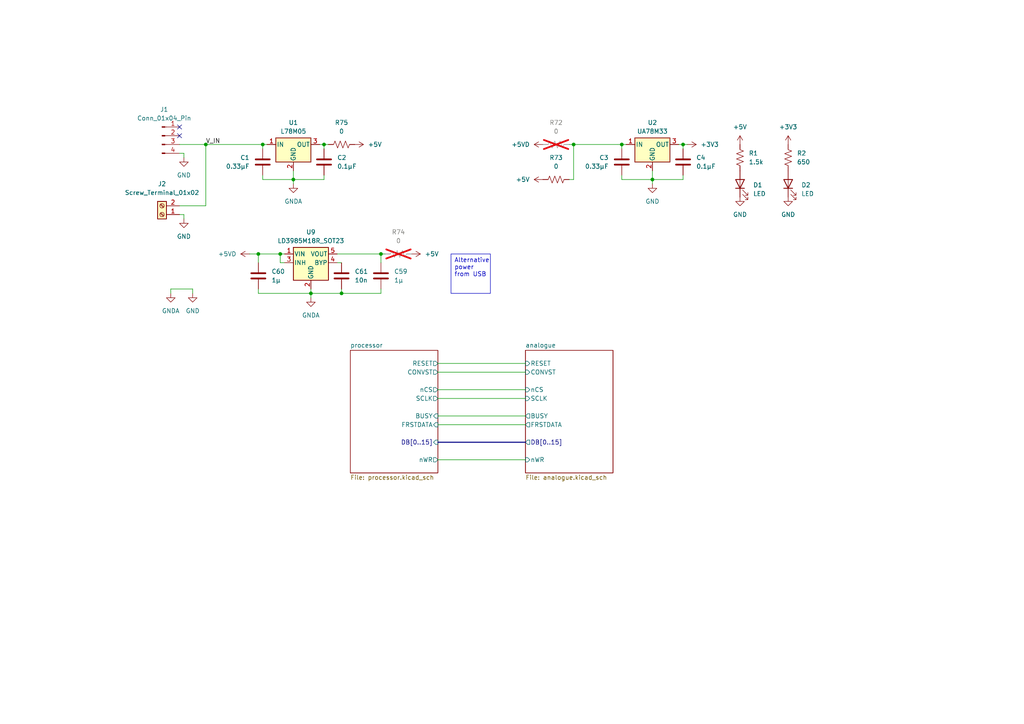
<source format=kicad_sch>
(kicad_sch (version 20230121) (generator eeschema)
  (paper "A4")
  (lib_symbols
    (symbol "Connector:Conn_01x04_Pin" (pin_names (offset 1.016) hide)
      (property "Reference" "J" (at 0 5.08 0))
      (property "Value" "Conn_01x04_Pin" (at 0 -7.62 0))
      (symbol "Conn_01x04_Pin_1_1"
        (polyline (pts (xy 1.27 -5.08) (xy 0.8636 -5.08)) (stroke (width 0.1524)))
        (polyline (pts (xy 1.27 -2.54) (xy 0.8636 -2.54)) (stroke (width 0.1524)))
        (polyline (pts (xy 1.27 0) (xy 0.8636 0)) (stroke (width 0.1524)))
        (polyline (pts (xy 1.27 2.54) (xy 0.8636 2.54)) (stroke (width 0.1524)))
        (rectangle (start 0.8636 -4.953) (end 0 -5.207) (stroke (width 0.1524)) (fill (type outline)))
        (rectangle (start 0.8636 -2.413) (end 0 -2.667) (stroke (width 0.1524)) (fill (type outline)))
        (rectangle (start 0.8636 0.127) (end 0 -0.127) (stroke (width 0.1524)) (fill (type outline)))
        (rectangle (start 0.8636 2.667) (end 0 2.413) (stroke (width 0.1524)) (fill (type outline)))
        (pin passive line (at 5.08 2.54 180) (length 3.81) (name "Pin_1") (number "1"))
        (pin passive line (at 5.08 0 180) (length 3.81) (name "Pin_2") (number "2"))
        (pin passive line (at 5.08 -2.54 180) (length 3.81) (name "Pin_3") (number "3"))
        (pin passive line (at 5.08 -5.08 180) (length 3.81) (name "Pin_4") (number "4"))
      )
    )
    (symbol "Connector:Screw_Terminal_01x02" (pin_names (offset 1.016) hide)
      (property "Reference" "J" (at 0 2.54 0))
      (property "Value" "Screw_Terminal_01x02" (at 0 -5.08 0))
      (symbol "Screw_Terminal_01x02_1_1"
        (rectangle (start -1.27 1.27) (end 1.27 -3.81) (stroke (width 0.254)) (fill (type background)))
        (circle (center 0 -2.54) (radius 0.635) (stroke (width 0.1524)))
        (polyline (pts (xy -0.5334 -2.2098) (xy 0.3302 -3.048)) (stroke (width 0.1524)))
        (polyline (pts (xy -0.5334 0.3302) (xy 0.3302 -0.508)) (stroke (width 0.1524)))
        (polyline (pts (xy -0.3556 -2.032) (xy 0.508 -2.8702)) (stroke (width 0.1524)))
        (polyline (pts (xy -0.3556 0.508) (xy 0.508 -0.3302)) (stroke (width 0.1524)))
        (circle (center 0 0) (radius 0.635) (stroke (width 0.1524)))
        (pin passive line (at -5.08 0 0) (length 3.81) (name "Pin_1") (number "1"))
        (pin passive line (at -5.08 -2.54 0) (length 3.81) (name "Pin_2") (number "2"))
      )
    )
    (symbol "Device:C" (pin_numbers hide) (pin_names (offset 0.254))
      (property "Reference" "C" (at 0.635 2.54 0))
      (property "Value" "C" (at 0.635 -2.54 0))
      (symbol "C_0_1"
        (polyline (pts (xy -2.032 -0.762) (xy 2.032 -0.762)) (stroke (width 0.508)))
        (polyline (pts (xy -2.032 0.762) (xy 2.032 0.762)) (stroke (width 0.508)))
      )
      (symbol "C_1_1"
        (pin passive line (at 0 3.81 270) (length 2.794) (name "~") (number "1"))
        (pin passive line (at 0 -3.81 90) (length 2.794) (name "~") (number "2"))
      )
    )
    (symbol "Device:LED" (pin_numbers hide) (pin_names (offset 1.016) hide)
      (property "Reference" "D" (at 0 2.54 0))
      (property "Value" "LED" (at 0 -2.54 0))
      (symbol "LED_0_1"
        (polyline (pts (xy -1.27 -1.27) (xy -1.27 1.27)) (stroke (width 0.254)))
        (polyline (pts (xy -1.27 0) (xy 1.27 0)))
        (polyline (pts (xy 1.27 -1.27) (xy 1.27 1.27) (xy -1.27 0) (xy 1.27 -1.27)) (stroke (width 0.254)))
        (polyline (pts (xy -3.048 -0.762) (xy -4.572 -2.286) (xy -3.81 -2.286) (xy -4.572 -2.286) (xy -4.572 -1.524)))
        (polyline (pts (xy -1.778 -0.762) (xy -3.302 -2.286) (xy -2.54 -2.286) (xy -3.302 -2.286) (xy -3.302 -1.524)))
      )
      (symbol "LED_1_1"
        (pin passive line (at -3.81 0 0) (length 2.54) (name "K") (number "1"))
        (pin passive line (at 3.81 0 180) (length 2.54) (name "A") (number "2"))
      )
    )
    (symbol "Device:R_US" (pin_numbers hide) (pin_names (offset 0))
      (property "Reference" "R" (at 2.54 0 90))
      (property "Value" "R_US" (at -2.54 0 90))
      (symbol "R_US_0_1"
        (polyline (pts (xy 0 -2.286) (xy 0 -2.54)))
        (polyline (pts (xy 0 2.286) (xy 0 2.54)))
        (polyline (pts (xy 0 -0.762) (xy 1.016 -1.143) (xy 0 -1.524) (xy -1.016 -1.905) (xy 0 -2.286)))
        (polyline (pts (xy 0 0.762) (xy 1.016 0.381) (xy 0 0) (xy -1.016 -0.381) (xy 0 -0.762)))
        (polyline (pts (xy 0 2.286) (xy 1.016 1.905) (xy 0 1.524) (xy -1.016 1.143) (xy 0 0.762)))
      )
      (symbol "R_US_1_1"
        (pin passive line (at 0 3.81 270) (length 1.27) (name "~") (number "1"))
        (pin passive line (at 0 -3.81 90) (length 1.27) (name "~") (number "2"))
      )
    )
    (symbol "Regulator_Linear:L78M05" (pin_names (offset 0.254))
      (property "Reference" "U3" (at 0 6.35 0))
      (property "Value" "L78M05" (at 0 3.81 0))
      (symbol "L78M05_0_1"
        (rectangle (start -5.08 1.905) (end 5.08 -5.08) (stroke (width 0.254)) (fill (type background)))
      )
      (symbol "L78M05_1_1"
        (pin power_in line (at -7.62 0 0) (length 2.54) (name "IN") (number "1"))
        (pin power_in line (at 0 -7.62 90) (length 2.54) (name "GND") (number "2"))
        (pin power_out line (at 7.62 0 180) (length 2.54) (name "OUT") (number "3"))
      )
    )
    (symbol "Regulator_Linear:LD3985M18R_SOT23" (pin_names (offset 0.254))
      (property "Reference" "U" (at -3.81 5.715 0))
      (property "Value" "LD3985M18R_SOT23" (at 0 5.715 0))
      (symbol "LD3985M18R_SOT23_0_1"
        (rectangle (start -5.08 4.445) (end 5.08 -5.08) (stroke (width 0.254)) (fill (type background)))
      )
      (symbol "LD3985M18R_SOT23_1_1"
        (pin power_in line (at -7.62 2.54 0) (length 2.54) (name "VIN") (number "1"))
        (pin power_in line (at 0 -7.62 90) (length 2.54) (name "GND") (number "2"))
        (pin input line (at -7.62 0 0) (length 2.54) (name "INH") (number "3"))
        (pin input line (at 7.62 0 180) (length 2.54) (name "BYP") (number "4"))
        (pin power_out line (at 7.62 2.54 180) (length 2.54) (name "VOUT") (number "5"))
      )
    )
    (symbol "Regulator_Linear:UA78M33" (pin_names (offset 0.254))
      (property "Reference" "U4" (at 0 6.35 0))
      (property "Value" "UA78M33" (at 0 3.81 0))
      (symbol "UA78M33_0_1"
        (rectangle (start -5.08 1.905) (end 5.08 -5.08) (stroke (width 0.254)) (fill (type background)))
      )
      (symbol "UA78M33_1_1"
        (pin power_in line (at -7.62 0 0) (length 2.54) (name "IN") (number "1"))
        (pin power_in line (at 0 -7.62 90) (length 2.54) (name "GND") (number "2"))
        (pin power_out line (at 7.62 0 180) (length 2.54) (name "OUT") (number "3"))
      )
    )
    (symbol "power:+3V3" (power) (pin_names (offset 0))
      (property "Value" "+3V3" (at 0 3.556 0))
      (symbol "+3V3_0_1"
        (polyline (pts (xy -0.762 1.27) (xy 0 2.54)))
        (polyline (pts (xy 0 0) (xy 0 2.54)))
        (polyline (pts (xy 0 2.54) (xy 0.762 1.27)))
      )
      (symbol "+3V3_1_1"
        (pin power_in line (at 0 0 90) (length 0) hide (name "+3V3") (number "1"))
      )
    )
    (symbol "power:+5V" (power) (pin_names (offset 0))
      (property "Value" "+5V" (at 0 3.556 0))
      (symbol "+5V_0_1"
        (polyline (pts (xy -0.762 1.27) (xy 0 2.54)))
        (polyline (pts (xy 0 0) (xy 0 2.54)))
        (polyline (pts (xy 0 2.54) (xy 0.762 1.27)))
      )
      (symbol "+5V_1_1"
        (pin power_in line (at 0 0 90) (length 0) hide (name "+5V") (number "1"))
      )
    )
    (symbol "power:+5VD" (power) (pin_names (offset 0))
      (property "Value" "+5VD" (at 0 3.556 0))
      (symbol "+5VD_0_1"
        (polyline (pts (xy -0.762 1.27) (xy 0 2.54)))
        (polyline (pts (xy 0 0) (xy 0 2.54)))
        (polyline (pts (xy 0 2.54) (xy 0.762 1.27)))
      )
      (symbol "+5VD_1_1"
        (pin power_in line (at 0 0 90) (length 0) hide (name "+5VD") (number "1"))
      )
    )
    (symbol "power:GND" (power) (pin_names (offset 0))
      (property "Value" "GND" (at 0 -3.81 0))
      (symbol "GND_0_1"
        (polyline (pts (xy 0 0) (xy 0 -1.27) (xy 1.27 -1.27) (xy 0 -2.54) (xy -1.27 -1.27) (xy 0 -1.27)))
      )
      (symbol "GND_1_1"
        (pin power_in line (at 0 0 270) (length 0) hide (name "GND") (number "1"))
      )
    )
    (symbol "power:GNDA" (power) (pin_names (offset 0))
      (property "Value" "GNDA" (at 0 -3.81 0))
      (symbol "GNDA_0_1"
        (polyline (pts (xy 0 0) (xy 0 -1.27) (xy 1.27 -1.27) (xy 0 -2.54) (xy -1.27 -1.27) (xy 0 -1.27)))
      )
      (symbol "GNDA_1_1"
        (pin power_in line (at 0 0 270) (length 0) hide (name "GNDA") (number "1"))
      )
    )
  )
  (junction (at 93.98 41.91))
  (junction (at 99.06 85.09))
  (junction (at 110.49 73.66))
  (junction (at 198.12 41.91))
  (junction (at 189.23 52.07))
  (junction (at 59.69 41.91))
  (junction (at 90.17 85.09))
  (junction (at 74.93 73.66))
  (junction (at 85.09 52.07))
  (junction (at 180.34 41.91))
  (junction (at 76.2 41.91))
  (junction (at 81.28 73.66))
  (junction (at 166.37 41.91))
  (no_connect (at 52.07 39.37))
  (no_connect (at 52.07 36.83))
  (wire (pts (xy 127 113.03) (xy 152.4 113.03)))
  (wire (pts (xy 110.49 73.66) (xy 110.49 76.2)))
  (wire (pts (xy 180.34 50.8) (xy 180.34 52.07)))
  (wire (pts (xy 53.34 44.45) (xy 52.07 44.45)))
  (wire (pts (xy 99.06 85.09) (xy 90.17 85.09)))
  (wire (pts (xy 52.07 41.91) (xy 59.69 41.91)))
  (wire (pts (xy 74.93 85.09) (xy 90.17 85.09)))
  (wire (pts (xy 166.37 41.91) (xy 180.34 41.91)))
  (wire (pts (xy 99.06 83.82) (xy 99.06 85.09)))
  (wire (pts (xy 53.34 62.23) (xy 53.34 63.5)))
  (wire (pts (xy 52.07 62.23) (xy 53.34 62.23)))
  (wire (pts (xy 165.1 41.91) (xy 166.37 41.91)))
  (wire (pts (xy 110.49 85.09) (xy 99.06 85.09)))
  (wire (pts (xy 90.17 86.36) (xy 90.17 85.09)))
  (wire (pts (xy 166.37 52.07) (xy 166.37 41.91)))
  (wire (pts (xy 85.09 52.07) (xy 85.09 49.53)))
  (wire (pts (xy 110.49 73.66) (xy 111.76 73.66)))
  (wire (pts (xy 90.17 85.09) (xy 90.17 83.82)))
  (wire (pts (xy 85.09 52.07) (xy 93.98 52.07)))
  (wire (pts (xy 76.2 52.07) (xy 85.09 52.07)))
  (wire (pts (xy 189.23 52.07) (xy 189.23 53.34)))
  (wire (pts (xy 198.12 50.8) (xy 198.12 52.07)))
  (wire (pts (xy 59.69 59.69) (xy 59.69 41.91)))
  (wire (pts (xy 49.53 83.82) (xy 55.88 83.82)))
  (wire (pts (xy 189.23 52.07) (xy 198.12 52.07)))
  (wire (pts (xy 72.39 73.66) (xy 74.93 73.66)))
  (wire (pts (xy 198.12 41.91) (xy 198.12 43.18)))
  (wire (pts (xy 199.39 41.91) (xy 198.12 41.91)))
  (wire (pts (xy 85.09 52.07) (xy 85.09 53.34)))
  (wire (pts (xy 189.23 52.07) (xy 189.23 49.53)))
  (wire (pts (xy 59.69 41.91) (xy 76.2 41.91)))
  (wire (pts (xy 196.85 41.91) (xy 198.12 41.91)))
  (wire (pts (xy 76.2 43.18) (xy 76.2 41.91)))
  (wire (pts (xy 93.98 41.91) (xy 93.98 43.18)))
  (wire (pts (xy 82.55 76.2) (xy 81.28 76.2)))
  (bus (pts (xy 127 128.27) (xy 152.4 128.27)))
  (wire (pts (xy 76.2 50.8) (xy 76.2 52.07)))
  (wire (pts (xy 53.34 44.45) (xy 53.34 45.72)))
  (wire (pts (xy 127 115.57) (xy 152.4 115.57)))
  (wire (pts (xy 81.28 76.2) (xy 81.28 73.66)))
  (wire (pts (xy 97.79 73.66) (xy 110.49 73.66)))
  (wire (pts (xy 127 107.95) (xy 152.4 107.95)))
  (wire (pts (xy 93.98 50.8) (xy 93.98 52.07)))
  (wire (pts (xy 180.34 43.18) (xy 180.34 41.91)))
  (wire (pts (xy 55.88 83.82) (xy 55.88 85.09)))
  (wire (pts (xy 92.71 41.91) (xy 93.98 41.91)))
  (wire (pts (xy 97.79 76.2) (xy 99.06 76.2)))
  (wire (pts (xy 127 105.41) (xy 152.4 105.41)))
  (wire (pts (xy 49.53 85.09) (xy 49.53 83.82)))
  (wire (pts (xy 52.07 59.69) (xy 59.69 59.69)))
  (wire (pts (xy 76.2 41.91) (xy 77.47 41.91)))
  (wire (pts (xy 127 120.65) (xy 152.4 120.65)))
  (wire (pts (xy 180.34 52.07) (xy 189.23 52.07)))
  (wire (pts (xy 110.49 83.82) (xy 110.49 85.09)))
  (wire (pts (xy 74.93 73.66) (xy 81.28 73.66)))
  (wire (pts (xy 180.34 41.91) (xy 181.61 41.91)))
  (wire (pts (xy 74.93 73.66) (xy 74.93 76.2)))
  (wire (pts (xy 81.28 73.66) (xy 82.55 73.66)))
  (wire (pts (xy 165.1 52.07) (xy 166.37 52.07)))
  (wire (pts (xy 74.93 83.82) (xy 74.93 85.09)))
  (wire (pts (xy 93.98 41.91) (xy 95.25 41.91)))
  (wire (pts (xy 127 133.35) (xy 152.4 133.35)))
  (wire (pts (xy 127 123.19) (xy 152.4 123.19)))
  (text_box "Alternative power from USB" (at 130.81 73.66 0) (size 11.43 11.43) (effects (font (size 1.27 1.27)) (justify left top)))
  (label "V_IN" (at 59.69 41.91 0))
  (symbol (lib_id "power:+5V") (at 102.87 41.91 270) (unit 1)
    (property "Reference" "#PWR01" (effects hide))
    (property "Value" "+5V" (at 106.68 41.91 90) (effects (justify left)))
  )
  (symbol (lib_id "power:+3V3") (at 228.6 41.91 0) (unit 1)
    (property "Reference" "#PWR04" (effects hide))
    (property "Value" "+3V3" (at 228.6 36.83 0))
  )
  (symbol (lib_id "power:GND") (at 55.88 85.09 0) (unit 1)
    (property "Reference" "#PWR012" (effects hide))
    (property "Value" "GND" (at 55.88 90.17 0))
  )
  (symbol (lib_id "power:+5VD") (at 72.39 73.66 90) (unit 1)
    (property "Reference" "#PWR091" (effects hide))
    (property "Value" "+5VD" (at 68.58 73.66 90) (effects (justify left)))
  )
  (symbol (lib_id "Device:C") (at 110.49 80.01 180) (unit 1)
    (property "Reference" "C59" (at 114.3 78.74 0) (effects (justify right)))
    (property "Value" "1μ" (at 114.3 81.28 0) (effects (justify right)))
    (property "Footprint" "Capacitor_SMD:C_0603_1608Metric" (effects hide))
  )
  (symbol (lib_id "Regulator_Linear:UA78M33") (at 189.23 41.91 0) (unit 1)
    (property "Reference" "U2" (at 189.23 35.56 0))
    (property "Value" "UA78M33" (at 189.23 38.1 0))
    (property "Footprint" "Package_TO_SOT_SMD:TO-252-2" (effects hide))
    (property "Datasheet" "https://www.ti.com/lit/ds/slvs059t/slvs059t.pdf" (effects hide))
  )
  (symbol (lib_id "power:GND") (at 53.34 63.5 0) (unit 1)
    (property "Reference" "#PWR010" (effects hide))
    (property "Value" "GND" (at 53.34 68.58 0))
  )
  (symbol (lib_id "Regulator_Linear:LD3985M18R_SOT23") (at 90.17 76.2 0) (unit 1)
    (property "Reference" "U9" (at 90.17 67.31 0))
    (property "Value" "LD3985M18R_SOT23" (at 90.17 69.85 0))
    (property "Footprint" "Package_TO_SOT_SMD:SOT-23-5_HandSoldering" (effects hide))
    (property "Datasheet" "http://www.st.com/internet/com/TECHNICAL_RESOURCES/TECHNICAL_LITERATURE/DATASHEET/CD00003395.pdf" (effects hide))
  )
  (symbol (lib_id "Device:C") (at 93.98 46.99 180) (unit 1)
    (property "Reference" "C2" (at 97.79 45.72 0) (effects (justify right)))
    (property "Value" "0.1μF" (at 97.79 48.26 0) (effects (justify right)))
    (property "Footprint" "Capacitor_SMD:C_1206_3216Metric" (effects hide))
  )
  (symbol (lib_id "Device:C") (at 76.2 46.99 0) (mirror x) (unit 1)
    (property "Reference" "C1" (at 72.39 45.72 0) (effects (justify right)))
    (property "Value" "0.33μF" (at 72.39 48.26 0) (effects (justify right)))
    (property "Footprint" "Capacitor_SMD:C_1206_3216Metric" (effects hide))
  )
  (symbol (lib_id "Device:R_US") (at 99.06 41.91 90) (unit 1)
    (property "Reference" "R75" (at 99.06 35.56 90))
    (property "Value" "0" (at 99.06 38.1 90))
    (property "Footprint" "Resistor_SMD:R_1206_3216Metric" (effects hide))
  )
  (symbol (lib_id "power:GNDA") (at 49.53 85.09 0) (unit 1)
    (property "Reference" "#PWR011" (effects hide))
    (property "Value" "GNDA" (at 49.53 90.17 0))
  )
  (symbol (lib_id "Device:LED") (at 228.6 53.34 90) (unit 1)
    (property "Reference" "D2" (at 232.41 53.6575 90) (effects (justify right)))
    (property "Value" "LED" (at 232.41 56.1975 90) (effects (justify right)))
    (property "Footprint" "LED_SMD:LED_0805_2012Metric" (effects hide))
  )
  (symbol (lib_id "power:+5V") (at 119.38 73.66 270) (unit 1)
    (property "Reference" "#PWR093" (effects hide))
    (property "Value" "+5V" (at 123.19 73.66 90) (effects (justify left)))
  )
  (symbol (lib_id "Device:C") (at 198.12 46.99 180) (unit 1)
    (property "Reference" "C4" (at 201.93 45.72 0) (effects (justify right)))
    (property "Value" "0.1μF" (at 201.93 48.26 0) (effects (justify right)))
    (property "Footprint" "Capacitor_SMD:C_1206_3216Metric" (effects hide))
  )
  (symbol (lib_id "Device:C") (at 74.93 80.01 180) (unit 1)
    (property "Reference" "C60" (at 78.74 78.74 0) (effects (justify right)))
    (property "Value" "1μ" (at 78.74 81.28 0) (effects (justify right)))
    (property "Footprint" "Capacitor_SMD:C_0603_1608Metric" (effects hide))
  )
  (symbol (lib_id "power:+5V") (at 157.48 52.07 90) (unit 1)
    (property "Reference" "#PWR090" (effects hide))
    (property "Value" "+5V" (at 153.67 52.07 90) (effects (justify left)))
  )
  (symbol (lib_id "Device:C") (at 99.06 80.01 180) (unit 1)
    (property "Reference" "C61" (at 102.87 78.74 0) (effects (justify right)))
    (property "Value" "10n" (at 102.87 81.28 0) (effects (justify right)))
    (property "Footprint" "Capacitor_SMD:C_0603_1608Metric" (effects hide))
  )
  (symbol (lib_id "power:+5V") (at 214.63 41.91 0) (unit 1)
    (property "Reference" "#PWR03" (effects hide))
    (property "Value" "+5V" (at 214.63 36.83 0))
  )
  (symbol (lib_id "power:GND") (at 189.23 53.34 0) (unit 1)
    (property "Reference" "#PWR07" (effects hide))
    (property "Value" "GND" (at 189.23 58.42 0))
  )
  (symbol (lib_id "power:+3V3") (at 199.39 41.91 270) (unit 1)
    (property "Reference" "#PWR02" (effects hide))
    (property "Value" "+3V3" (at 203.2 41.91 90) (effects (justify left)))
  )
  (symbol (lib_id "power:GND") (at 228.6 57.15 0) (unit 1)
    (property "Reference" "#PWR09" (effects hide))
    (property "Value" "GND" (at 228.6 62.23 0))
  )
  (symbol (lib_id "power:GND") (at 53.34 45.72 0) (unit 1)
    (property "Reference" "#PWR05" (effects hide))
    (property "Value" "GND" (at 53.34 50.8 0))
  )
  (symbol (lib_id "Device:LED") (at 214.63 53.34 90) (unit 1)
    (property "Reference" "D1" (at 218.44 53.6575 90) (effects (justify right)))
    (property "Value" "LED" (at 218.44 56.1975 90) (effects (justify right)))
    (property "Footprint" "LED_SMD:LED_0805_2012Metric" (effects hide))
  )
  (symbol (lib_id "Device:R_US") (at 161.29 52.07 90) (unit 1)
    (property "Reference" "R73" (at 161.29 45.72 90))
    (property "Value" "0" (at 161.29 48.26 90))
    (property "Footprint" "Resistor_SMD:R_1206_3216Metric" (effects hide))
  )
  (symbol (lib_id "power:GNDA") (at 85.09 53.34 0) (unit 1)
    (property "Reference" "#PWR06" (effects hide))
    (property "Value" "GNDA" (at 85.09 58.42 0))
  )
  (symbol (lib_id "Device:C") (at 180.34 46.99 0) (mirror x) (unit 1)
    (property "Reference" "C3" (at 176.53 45.72 0) (effects (justify right)))
    (property "Value" "0.33μF" (at 176.53 48.26 0) (effects (justify right)))
    (property "Footprint" "Capacitor_SMD:C_1206_3216Metric" (effects hide))
  )
  (symbol (lib_id "Device:R_US") (at 161.29 41.91 90) (unit 1) (dnp yes)
    (property "Reference" "R72" (at 161.29 35.56 90))
    (property "Value" "0" (at 161.29 38.1 90))
    (property "Footprint" "Resistor_SMD:R_1206_3216Metric" (effects hide))
  )
  (symbol (lib_id "power:GND") (at 214.63 57.15 0) (unit 1)
    (property "Reference" "#PWR08" (effects hide))
    (property "Value" "GND" (at 214.63 62.23 0))
  )
  (symbol (lib_id "Device:R_US") (at 214.63 45.72 180) (unit 1)
    (property "Reference" "R1" (at 217.17 44.45 0) (effects (justify right)))
    (property "Value" "1.5k" (at 217.17 46.99 0) (effects (justify right)))
    (property "Footprint" "Resistor_SMD:R_0603_1608Metric" (effects hide))
  )
  (symbol (lib_id "power:+5VD") (at 157.48 41.91 90) (unit 1)
    (property "Reference" "#PWR089" (effects hide))
    (property "Value" "+5VD" (at 153.67 41.91 90) (effects (justify left)))
  )
  (symbol (lib_id "Regulator_Linear:L78M05") (at 85.09 41.91 0) (unit 1)
    (property "Reference" "U1" (at 85.09 35.56 0))
    (property "Value" "L78M05" (at 85.09 38.1 0))
    (property "Footprint" "Package_TO_SOT_SMD:TO-252-2" (effects hide))
    (property "Datasheet" "https://www.st.com/content/ccc/resource/technical/document/datasheet/d7/5f/dc/5c/d5/b6/48/7c/CD00000447.pdf/files/CD00000447.pdf/jcr:content/translations/en.CD00000447.pdf" (effects hide))
  )
  (symbol (lib_id "Device:R_US") (at 115.57 73.66 90) (unit 1) (dnp yes)
    (property "Reference" "R74" (at 115.57 67.31 90))
    (property "Value" "0" (at 115.57 69.85 90))
    (property "Footprint" "Resistor_SMD:R_1206_3216Metric" (effects hide))
  )
  (symbol (lib_id "Device:R_US") (at 228.6 45.72 180) (unit 1)
    (property "Reference" "R2" (at 231.14 44.45 0) (effects (justify right)))
    (property "Value" "650" (at 231.14 46.99 0) (effects (justify right)))
    (property "Footprint" "Resistor_SMD:R_0603_1608Metric" (effects hide))
  )
  (symbol (lib_id "power:GNDA") (at 90.17 86.36 0) (unit 1)
    (property "Reference" "#PWR092" (effects hide))
    (property "Value" "GNDA" (at 90.17 91.44 0))
  )
  (symbol (lib_id "Connector:Screw_Terminal_01x02") (at 46.99 62.23 180) (unit 1)
    (property "Reference" "J2" (at 46.99 53.34 0))
    (property "Value" "Screw_Terminal_01x02" (at 46.99 55.88 0))
    (property "Footprint" "TerminalBlock:TerminalBlock_bornier-2_P5.08mm" (effects hide))
  )
  (symbol (lib_id "Connector:Conn_01x04_Pin") (at 46.99 39.37 0) (unit 1)
    (property "Reference" "J1" (at 47.625 31.75 0))
    (property "Value" "Conn_01x04_Pin" (at 47.625 34.29 0))
    (property "Footprint" "Connector_Molex:Molex_SPOX_5267-04A_1x04_P2.50mm_Vertical" (effects hide))
  )
  (sheet (at 101.6 101.6) (size 25.4 35.56) (stroke (width 0.1524))
    (property "Sheetname" "processor" (at 101.6 100.8884 0) (effects (justify left bottom)))
    (property "Sheetfile" "processor.kicad_sch" (at 101.6 137.7446 0) (effects (justify left top)))
    (pin "SCLK" output (at 127 115.57 0))
    (pin "CONVST" output (at 127 107.95 0))
    (pin "nCS" output (at 127 113.03 0))
    (pin "RESET" output (at 127 105.41 0))
    (pin "BUSY" input (at 127 120.65 0))
    (pin "FRSTDATA" input (at 127 123.19 0))
    (pin "DB[0..15]" input (at 127 128.27 0))
    (pin "nWR" output (at 127 133.35 0))
  )
  (sheet (at 152.4 101.6) (size 25.4 35.56) (stroke (width 0.1524))
    (property "Sheetname" "analogue" (at 152.4 100.8884 0) (effects (justify left bottom)))
    (property "Sheetfile" "analogue.kicad_sch" (at 152.4 137.7446 0) (effects (justify left top)))
    (pin "BUSY" output (at 152.4 120.65 180))
    (pin "FRSTDATA" output (at 152.4 123.19 180))
    (pin "RESET" input (at 152.4 105.41 180))
    (pin "CONVST" input (at 152.4 107.95 180))
    (pin "SCLK" input (at 152.4 115.57 180))
    (pin "nCS" input (at 152.4 113.03 180))
    (pin "DB[0..15]" output (at 152.4 128.27 180))
    (pin "nWR" input (at 152.4 133.35 180))
  )
)
</source>
